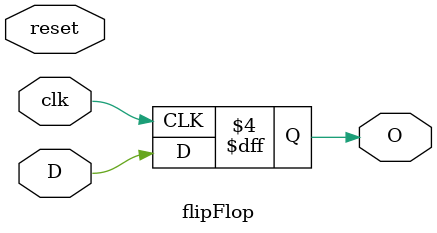
<source format=sv>
module flipFlop (clk, reset, D, O);
	input logic D; // Data input 
	input logic clk, reset; // clock input 
	output logic O; // output Q  
	logic O_1;
	always @(posedge clk) begin
		O <= D; 
	end
	always @(posedge clk) begin
		O_1 <= O; 
	end
endmodule

</source>
